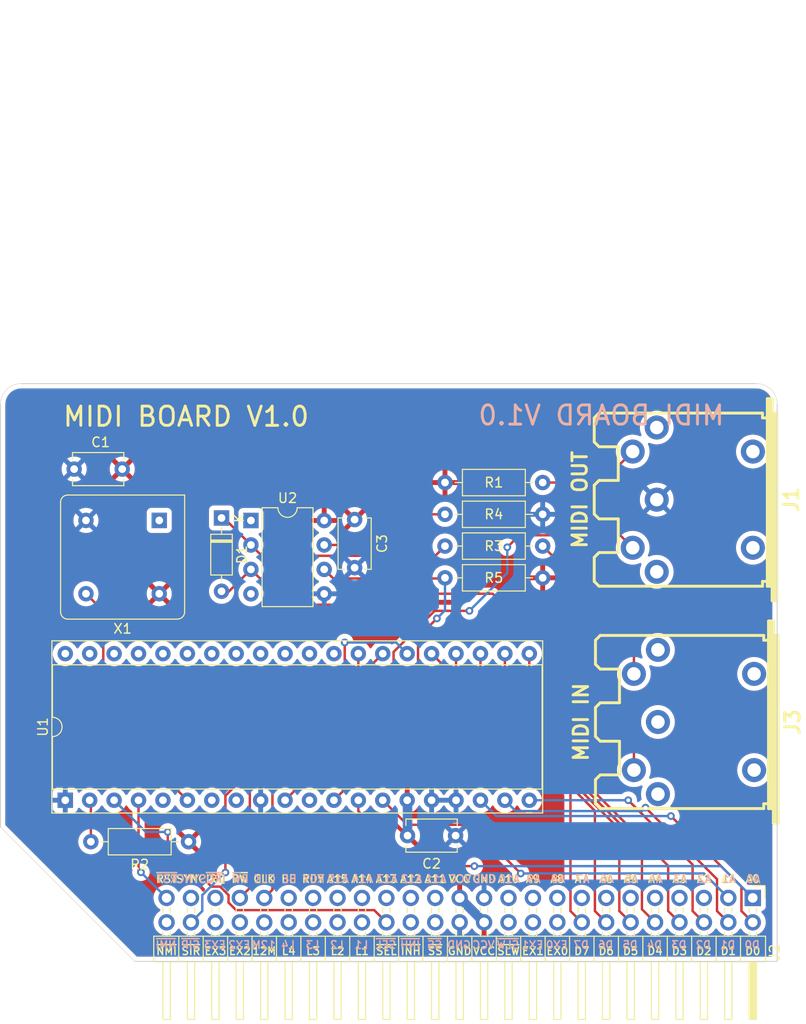
<source format=kicad_pcb>
(kicad_pcb (version 20211014) (generator pcbnew)
  (layers (0 "F.Cu" signal) (31 "B.Cu" signal) (34 "B.Paste" user) (35 "F.Paste" user) (36 "B.SilkS" user "B.Silkscreen") (37 "F.SilkS" user "F.Silkscreen") (38 "B.Mask" user) (39 "F.Mask" user) (44 "Edge.Cuts" user))
  (net 0 "")
  (net 1 "RDY")
  (net 2 "A15")
  (net 3 "A14")
  (net 4 "A13")
  (net 5 "A12")
  (net 6 "A11")
  (net 7 "GND")
  (net 8 "+5V")
  (net 9 "A10")
  (net 10 "A9")
  (net 11 "A8")
  (net 12 "D7")
  (net 13 "A7")
  (net 14 "D6")
  (net 15 "A6")
  (net 16 "D5")
  (net 17 "A5")
  (net 18 "D4")
  (net 19 "A4")
  (net 20 "D3")
  (net 21 "A3")
  (net 22 "D2")
  (net 23 "A2")
  (net 24 "D1")
  (net 25 "A1")
  (net 26 "D0")
  (net 27 "A0")
  (net 28 "CLK")
  (net 29 "BE")
  (net 30 "SYNC")
  (net 31 "EX3")
  (net 32 "EX2")
  (net 33 "EX1")
  (net 34 "EX0")
  (net 35 "~{NMI}")
  (net 36 "~{RESET}")
  (net 37 "~{SLOT_IRQ}")
  (net 38 "~{IRQ}")
  (net 39 "R~{W}")
  (net 40 "CLK_12M")
  (net 41 "LED4")
  (net 42 "LED3")
  (net 43 "LED2")
  (net 44 "LED1")
  (net 45 "~{SLOT_SEL}")
  (net 46 "~{INH}")
  (net 47 "~{SSEL}")
  (net 48 "~{SLOW}")
  (net 49 "Net-(D1-Pad1)")
  (net 50 "Net-(D1-Pad2)")
  (net 53 "Net-(J1-Pad4)")
  (net 54 "Net-(J1-Pad5)")
  (net 58 "Net-(J3-Pad4)")
  (net 59 "Net-(R4-Pad1)")
  (net 60 "Net-(R5-Pad1)")
  (net 64 "Net-(U1-Pad6)")
  (net 65 "Net-(R2-Pad2)")
  (footprint "Connector_PinHeader_2.54mm:PinHeader_2x25_P2.54mm_Horizontal" (layer "F.Cu") (at 78.232 -6.604 -90)
    (fp_text reference "J2" (at 5.655 -2.27 90) (layer "F.SilkS"))
    (fp_text value "Conn_01x40")
    (pad "1" thru_hole rect locked (at 0 0 270) (size 1.7 1.7) (drill 1) (layers *.Cu *.Mask) (net 27 "A0"))
    (pad "2" thru_hole oval locked (at 2.54 0 270) (size 1.7 1.7) (drill 1) (layers *.Cu *.Mask) (net 26 "D0"))
    (pad "3" thru_hole oval locked (at 0 2.54 270) (size 1.7 1.7) (drill 1) (layers *.Cu *.Mask) (net 25 "A1"))
    (pad "4" thru_hole oval locked (at 2.54 2.54 270) (size 1.7 1.7) (drill 1) (layers *.Cu *.Mask) (net 24 "D1"))
    (pad "5" thru_hole oval locked (at 0 5.08 270) (size 1.7 1.7) (drill 1) (layers *.Cu *.Mask) (net 23 "A2"))
    (pad "6" thru_hole oval locked (at 2.54 5.08 270) (size 1.7 1.7) (drill 1) (layers *.Cu *.Mask) (net 22 "D2"))
    (pad "7" thru_hole oval locked (at 0 7.62 270) (size 1.7 1.7) (drill 1) (layers *.Cu *.Mask) (net 21 "A3"))
    (pad "8" thru_hole oval locked (at 2.54 7.62 270) (size 1.7 1.7) (drill 1) (layers *.Cu *.Mask) (net 20 "D3"))
    (pad "9" thru_hole oval locked (at 0 10.16 270) (size 1.7 1.7) (drill 1) (layers *.Cu *.Mask) (net 19 "A4"))
    (pad "10" thru_hole oval locked (at 2.54 10.16 270) (size 1.7 1.7) (drill 1) (layers *.Cu *.Mask) (net 18 "D4"))
    (pad "11" thru_hole oval locked (at 0 12.7 270) (size 1.7 1.7) (drill 1) (layers *.Cu *.Mask) (net 17 "A5"))
    (pad "12" thru_hole oval locked (at 2.54 12.7 270) (size 1.7 1.7) (drill 1) (layers *.Cu *.Mask) (net 16 "D5"))
    (pad "13" thru_hole oval locked (at 0 15.24 270) (size 1.7 1.7) (drill 1) (layers *.Cu *.Mask) (net 15 "A6"))
    (pad "14" thru_hole oval locked (at 2.54 15.24 270) (size 1.7 1.7) (drill 1) (layers *.Cu *.Mask) (net 14 "D6"))
    (pad "15" thru_hole oval locked (at 0 17.78 270) (size 1.7 1.7) (drill 1) (layers *.Cu *.Mask) (net 13 "A7"))
    (pad "16" thru_hole oval locked (at 2.54 17.78 270) (size 1.7 1.7) (drill 1) (layers *.Cu *.Mask) (net 12 "D7"))
    (pad "17" thru_hole oval locked (at 0 20.32 270) (size 1.7 1.7) (drill 1) (layers *.Cu *.Mask) (net 11 "A8"))
    (pad "18" thru_hole oval locked (at 2.54 20.32 270) (size 1.7 1.7) (drill 1) (layers *.Cu *.Mask) (net 34 "EX0"))
    (pad "19" thru_hole oval locked (at 0 22.86 270) (size 1.7 1.7) (drill 1) (layers *.Cu *.Mask) (net 10 "A9"))
    (pad "20" thru_hole oval locked (at 2.54 22.86 270) (size 1.7 1.7) (drill 1) (layers *.Cu *.Mask) (net 33 "EX1"))
    (pad "21" thru_hole oval locked (at 0 25.4 270) (size 1.7 1.7) (drill 1) (layers *.Cu *.Mask) (net 9 "A10"))
    (pad "22" thru_hole oval locked (at 2.54 25.4 270) (size 1.7 1.7) (drill 1) (layers *.Cu *.Mask) (net 48 "~{SLOW}"))
    (pad "23" thru_hole oval locked (at 0 27.94 270) (size 1.7 1.7) (drill 1) (layers *.Cu *.Mask) (net 7 "GND"))
    (pad "24" thru_hole oval locked (at 2.54 27.94 270) (size 1.7 1.7) (drill 1) (layers *.Cu *.Mask) (net 8 "+5V"))
    (pad "25" thru_hole oval locked (at 0 30.48 270) (size 1.7 1.7) (drill 1) (layers *.Cu *.Mask) (net 8 "+5V"))
    (pad "26" thru_hole oval locked (at 2.54 30.48 270) (size 1.7 1.7) (drill 1) (layers *.Cu *.Mask) (net 7 "GND"))
    (pad "27" thru_hole oval locked (at 0 33.02 270) (size 1.7 1.7) (drill 1) (layers *.Cu *.Mask) (net 6 "A11"))
    (pad "28" thru_hole oval locked (at 2.54 33.02 270) (size 1.7 1.7) (drill 1) (layers *.Cu *.Mask) (net 47 "~{SSEL}"))
    (pad "29" thru_hole oval locked (at 0 35.56 270) (size 1.7 1.7) (drill 1) (layers *.Cu *.Mask) (net 5 "A12"))
    (pad "30" thru_hole oval locked (at 2.54 35.56 270) (size 1.7 1.7) (drill 1) (layers *.Cu *.Mask) (net 46 "~{INH}"))
    (pad "31" thru_hole oval locked (at 0 38.1 270) (size 1.7 1.7) (drill 1) (layers *.Cu *.Mask) (net 4 "A13"))
    (pad "32" thru_hole oval locked (at 2.54 38.1 270) (size 1.7 1.7) (drill 1) (layers *.Cu *.Mask) (net 45 "~{SLOT_SEL}"))
    (pad "33" thru_hole oval locked (at 0 40.64 270) (size 1.7 1.7) (drill 1) (layers *.Cu *.Mask) (net 3 "A14"))
    (pad "34" thru_hole oval locked (at 2.54 40.64 270) (size 1.7 1.7) (drill 1) (layers *.Cu *.Mask) (net 44 "LED1"))
    (pad "35" thru_hole oval locked (at 0 43.18 270) (size 1.7 1.7) (drill 1) (layers *.Cu *.Mask) (net 2 "A15"))
    (pad "36" thru_hole oval locked (at 2.54 43.18 270) (size 1.7 1.7) (drill 1) (layers *.Cu *.Mask) (net 43 "LED2"))
    (pad "37" thru_hole oval locked (at 0 45.72 270) (size 1.7 1.7) (drill 1) (layers *.Cu *.Mask) (net 1 "RDY"))
    (pad "38" thru_hole oval locked (at 2.54 45.72 270) (size 1.7 1.7) (drill 1) (layers *.Cu *.Mask) (net 42 "LED3"))
    (pad "39" thru_hole oval locked (at 0 48.26 270) (size 1.7 1.7) (drill 1) (layers *.Cu *.Mask) (net 29 "BE"))
    (pad "40" thru_hole oval locked (at 2.54 48.26 270) (size 1.7 1.7) (drill 1) (layers *.Cu *.Mask) (net 41 "LED4"))
    (pad "41" thru_hole oval locked (at 0 50.8 270) (size 1.7 1.7) (drill 1) (layers *.Cu *.Mask) (net 28 "CLK"))
    (pad "42" thru_hole oval locked (at 2.54 50.8 270) (size 1.7 1.7) (drill 1) (layers *.Cu *.Mask) (net 40 "CLK_12M"))
    (pad "43" thru_hole oval locked (at 0 53.34 270) (size 1.7 1.7) (drill 1) (layers *.Cu *.Mask) (net 39 "R~{W}"))
    (pad "44" thru_hole oval locked (at 2.54 53.34 270) (size 1.7 1.7) (drill 1) (layers *.Cu *.Mask) (net 32 "EX2"))
    (pad "45" thru_hole oval locked (at 0 55.88 270) (size 1.7 1.7) (drill 1) (layers *.Cu *.Mask) (net 38 "~{IRQ}"))
    (pad "46" thru_hole oval locked (at 2.54 55.88 270) (size 1.7 1.7) (drill 1) (layers *.Cu *.Mask) (net 31 "EX3"))
    (pad "47" thru_hole oval locked (at 0 58.42 270) (size 1.7 1.7) (drill 1) (layers *.Cu *.Mask) (net 30 "SYNC"))
    (pad "48" thru_hole oval locked (at 2.54 58.42 270) (size 1.7 1.7) (drill 1) (layers *.Cu *.Mask) (net 37 "~{SLOT_IRQ}"))
    (pad "49" thru_hole oval locked (at 0 60.96 270) (size 1.7 1.7) (drill 1) (layers *.Cu *.Mask) (net 36 "~{RESET}"))
    (pad "50" thru_hole oval locked (at 2.54 60.96 270) (size 1.7 1.7) (drill 1) (layers *.Cu *.Mask) (net 35 "~{NMI}"))
  )
  (footprint "Package_DIP:DIP-8_W7.62mm" (layer "F.Cu") (at 26.045 -45.837)
    (fp_text reference "U2" (at 3.81 -2.33) (layer "F.SilkS"))
    (fp_text value "6N138")
    (pad "1" thru_hole rect (at 0 0) (size 1.6 1.6) (drill 0.8) (layers *.Cu *.Mask))
    (pad "2" thru_hole oval (at 0 2.54) (size 1.6 1.6) (drill 0.8) (layers *.Cu *.Mask) (net 49 "Net-(D1-Pad1)"))
    (pad "3" thru_hole oval (at 0 5.08) (size 1.6 1.6) (drill 0.8) (layers *.Cu *.Mask) (net 50 "Net-(D1-Pad2)"))
    (pad "4" thru_hole oval (at 0 7.62) (size 1.6 1.6) (drill 0.8) (layers *.Cu *.Mask))
    (pad "5" thru_hole oval (at 7.62 7.62) (size 1.6 1.6) (drill 0.8) (layers *.Cu *.Mask) (net 7 "GND"))
    (pad "6" thru_hole oval (at 7.62 5.08) (size 1.6 1.6) (drill 0.8) (layers *.Cu *.Mask) (net 60 "Net-(R5-Pad1)"))
    (pad "7" thru_hole oval (at 7.62 2.54) (size 1.6 1.6) (drill 0.8) (layers *.Cu *.Mask) (net 59 "Net-(R4-Pad1)"))
    (pad "8" thru_hole oval (at 7.62 0) (size 1.6 1.6) (drill 0.8) (layers *.Cu *.Mask) (net 8 "+5V"))
  )
  (footprint "Oscillator:Oscillator_DIP-8" (layer "F.Cu") (at 16.51 -45.847 180)
    (fp_text reference "X1" (at 3.81 -11.26) (layer "F.SilkS"))
    (fp_text value "500kHz")
    (pad "1" thru_hole rect (at 0 0 180) (size 1.6 1.6) (drill 0.8) (layers *.Cu *.Mask))
    (pad "4" thru_hole circle (at 7.62 0 180) (size 1.6 1.6) (drill 0.8) (layers *.Cu *.Mask) (net 7 "GND"))
    (pad "5" thru_hole circle (at 7.62 -7.62 180) (size 1.6 1.6) (drill 0.8) (layers *.Cu *.Mask) (net 64 "Net-(U1-Pad6)"))
    (pad "8" thru_hole circle (at 0 -7.62 180) (size 1.6 1.6) (drill 0.8) (layers *.Cu *.Mask) (net 8 "+5V"))
  )
  (footprint "Resistor_THT:R_Axial_DIN0207_L6.3mm_D2.5mm_P10.16mm_Horizontal" (layer "F.Cu") (at 46.228 -39.878)
    (fp_text reference "R5" (at 5.08 0) (layer "F.SilkS"))
    (fp_text value "470R")
    (pad "1" thru_hole circle (at 0 0) (size 1.6 1.6) (drill 0.8) (layers *.Cu *.Mask) (net 60 "Net-(R5-Pad1)"))
    (pad "2" thru_hole oval (at 10.16 0) (size 1.6 1.6) (drill 0.8) (layers *.Cu *.Mask) (net 8 "+5V"))
  )
  (footprint "Diode_THT:D_DO-35_SOD27_P7.62mm_Horizontal" (layer "F.Cu") (at 22.987 -46.101 -90)
    (fp_text reference "D1" (at 3.81 -2.12 90) (layer "F.SilkS"))
    (fp_text value "1N4148")
    (fp_text user "K" (at 0 -1.8 90) (layer "F.SilkS"))
    (pad "1" thru_hole rect (at 0 0 270) (size 1.6 1.6) (drill 0.8) (layers *.Cu *.Mask) (net 49 "Net-(D1-Pad1)"))
    (pad "2" thru_hole oval (at 7.62 0 270) (size 1.6 1.6) (drill 0.8) (layers *.Cu *.Mask) (net 50 "Net-(D1-Pad2)"))
  )
  (footprint "Capacitor_THT:C_Disc_D5.1mm_W3.2mm_P5.00mm" (layer "F.Cu") (at 12.66 -51.181 180)
    (fp_text reference "C1" (at 2.246 2.794) (layer "F.SilkS"))
    (fp_text value "10u")
    (pad "1" thru_hole circle (at 0 0 180) (size 1.6 1.6) (drill 0.8) (layers *.Cu *.Mask) (net 8 "+5V"))
    (pad "2" thru_hole circle (at 5 0 180) (size 1.6 1.6) (drill 0.8) (layers *.Cu *.Mask) (net 7 "GND"))
  )
  (footprint "Resistor_THT:R_Axial_DIN0207_L6.3mm_D2.5mm_P10.16mm_Horizontal" (layer "F.Cu") (at 56.388 -43.18 180)
    (fp_text reference "R3" (at 5.08 0) (layer "F.SilkS"))
    (fp_text value "220R")
    (pad "1" thru_hole circle (at 0 0 180) (size 1.6 1.6) (drill 0.8) (layers *.Cu *.Mask) (net 58 "Net-(J3-Pad4)"))
    (pad "2" thru_hole oval (at 10.16 0 180) (size 1.6 1.6) (drill 0.8) (layers *.Cu *.Mask) (net 49 "Net-(D1-Pad1)"))
  )
  (footprint "Resistor_THT:R_Axial_DIN0207_L6.3mm_D2.5mm_P10.16mm_Horizontal" (layer "F.Cu") (at 56.388 -49.784 180)
    (fp_text reference "R1" (at 5.08 0) (layer "F.SilkS"))
    (fp_text value "220R")
    (pad "1" thru_hole circle (at 0 0 180) (size 1.6 1.6) (drill 0.8) (layers *.Cu *.Mask) (net 53 "Net-(J1-Pad4)"))
    (pad "2" thru_hole oval (at 10.16 0 180) (size 1.6 1.6) (drill 0.8) (layers *.Cu *.Mask) (net 8 "+5V"))
  )
  (footprint "w_conn_av:din-5" (layer "F.Cu") (at 71.247 -48.006 90)
    (fp_text reference "J1" (at 0 11 90) (layer "F.SilkS") (effects (font (size 1.5 1.5) (thickness 0.3))))
    (fp_text value "MIDI OUT" (at 0 -11 90) (layer "F.SilkS") (effects (font (size 1.5 1.5) (thickness 0.3))))
    (pad "1" thru_hole circle (at 7.5 -3 90) (size 2.5 2.5) (drill 1.4) (layers *.Cu *.Mask))
    (pad "2" thru_hole circle (at 0 -3 90) (size 2.5 2.5) (drill 1.4) (layers *.Cu *.Mask) (net 7 "GND"))
    (pad "3" thru_hole circle (at -7.5 -3 90) (size 2.5 2.5) (drill 1.4) (layers *.Cu *.Mask))
    (pad "4" thru_hole circle (at 5 -5.5 90) (size 2.5 2.5) (drill 1.4) (layers *.Cu *.Mask) (net 53 "Net-(J1-Pad4)"))
    (pad "5" thru_hole circle (at -5 -5.5 90) (size 2.5 2.5) (drill 1.4) (layers *.Cu *.Mask) (net 54 "Net-(J1-Pad5)"))
    (pad "6" thru_hole circle (at 5 7 90) (size 2.5 2.5) (drill 1.4) (layers *.Cu *.Mask))
    (pad "6" thru_hole circle (at -5 7 90) (size 2.5 2.5) (drill 1.4) (layers *.Cu *.Mask))
  )
  (footprint "Resistor_THT:R_Axial_DIN0207_L6.3mm_D2.5mm_P10.16mm_Horizontal" (layer "F.Cu") (at 46.228 -46.482)
    (fp_text reference "R4" (at 5.08 0) (layer "F.SilkS"))
    (fp_text value "4.7k")
    (pad "1" thru_hole circle (at 0 0) (size 1.6 1.6) (drill 0.8) (layers *.Cu *.Mask) (net 59 "Net-(R4-Pad1)"))
    (pad "2" thru_hole oval (at 10.16 0) (size 1.6 1.6) (drill 0.8) (layers *.Cu *.Mask) (net 7 "GND"))
  )
  (footprint "w_conn_av:din-5" (layer "F.Cu") (at 71.374 -24.892 90)
    (fp_text reference "J3" (at 0 11 90) (layer "F.SilkS") (effects (font (size 1.5 1.5) (thickness 0.3))))
    (fp_text value "MIDI IN" (at 0 -11 90) (layer "F.SilkS") (effects (font (size 1.5 1.5) (thickness 0.3))))
    (pad "1" thru_hole circle (at 7.5 -3 90) (size 2.5 2.5) (drill 1.4) (layers *.Cu *.Mask))
    (pad "2" thru_hole circle (at 0 -3 90) (size 2.5 2.5) (drill 1.4) (layers *.Cu *.Mask))
    (pad "3" thru_hole circle (at -7.5 -3 90) (size 2.5 2.5) (drill 1.4) (layers *.Cu *.Mask))
    (pad "4" thru_hole circle (at 5 -5.5 90) (size 2.5 2.5) (drill 1.4) (layers *.Cu *.Mask) (net 58 "Net-(J3-Pad4)"))
    (pad "5" thru_hole circle (at -5 -5.5 90) (size 2.5 2.5) (drill 1.4) (layers *.Cu *.Mask) (net 50 "Net-(D1-Pad2)"))
    (pad "6" thru_hole circle (at -5 7 90) (size 2.5 2.5) (drill 1.4) (layers *.Cu *.Mask))
    (pad "6" thru_hole circle (at 5 7 90) (size 2.5 2.5) (drill 1.4) (layers *.Cu *.Mask))
  )
  (footprint "Resistor_THT:R_Axial_DIN0207_L6.3mm_D2.5mm_P10.16mm_Horizontal" (layer "F.Cu") (at 19.558 -12.446 180)
    (fp_text reference "R2" (at 5.08 -2.37) (layer "F.SilkS"))
    (fp_text value "10k")
    (pad "1" thru_hole circle (at 0 0 180) (size 1.6 1.6) (drill 0.8) (layers *.Cu *.Mask) (net 8 "+5V"))
    (pad "2" thru_hole oval (at 10.16 0 180) (size 1.6 1.6) (drill 0.8) (layers *.Cu *.Mask) (net 65 "Net-(R2-Pad2)"))
  )
  (footprint "Capacitor_THT:C_Disc_D5.1mm_W3.2mm_P5.00mm" (layer "F.Cu") (at 36.83 -45.934 -90)
    (fp_text reference "C3" (at 2.5 -2.85 90) (layer "F.SilkS"))
    (fp_text value "10u")
    (pad "1" thru_hole circle (at 0 0 270) (size 1.6 1.6) (drill 0.8) (layers *.Cu *.Mask) (net 8 "+5V"))
    (pad "2" thru_hole circle (at 5 0 270) (size 1.6 1.6) (drill 0.8) (layers *.Cu *.Mask) (net 7 "GND"))
  )
  (footprint "Package_DIP:DIP-40_W15.24mm_Socket" (layer "F.Cu") (at 6.736 -16.759 90)
    (fp_text reference "U1" (at 7.62 -2.33 90) (layer "F.SilkS"))
    (fp_text value "W65C51NxP")
    (pad "1" thru_hole rect (at 0 0 90) (size 1.6 1.6) (drill 0.8) (layers *.Cu *.Mask) (net 7 "GND"))
    (pad "2" thru_hole oval (at 0 2.54 90) (size 1.6 1.6) (drill 0.8) (layers *.Cu *.Mask) (net 65 "Net-(R2-Pad2)"))
    (pad "3" thru_hole oval (at 0 5.08 90) (size 1.6 1.6) (drill 0.8) (layers *.Cu *.Mask) (net 45 "~{SLOT_SEL}"))
    (pad "4" thru_hole oval (at 0 7.62 90) (size 1.6 1.6) (drill 0.8) (layers *.Cu *.Mask) (net 36 "~{RESET}"))
    (pad "5" thru_hole oval (at 0 10.16 90) (size 1.6 1.6) (drill 0.8) (layers *.Cu *.Mask))
    (pad "6" thru_hole oval (at 0 12.7 90) (size 1.6 1.6) (drill 0.8) (layers *.Cu *.Mask) (net 64 "Net-(U1-Pad6)"))
    (pad "7" thru_hole oval (at 0 15.24 90) (size 1.6 1.6) (drill 0.8) (layers *.Cu *.Mask))
    (pad "8" thru_hole oval (at 0 17.78 90) (size 1.6 1.6) (drill 0.8) (layers *.Cu *.Mask))
    (pad "9" thru_hole oval (at 0 20.32 90) (size 1.6 1.6) (drill 0.8) (layers *.Cu *.Mask) (net 7 "GND"))
    (pad "10" thru_hole oval (at 0 22.86 90) (size 1.6 1.6) (drill 0.8) (layers *.Cu *.Mask) (net 54 "Net-(J1-Pad5)"))
    (pad "11" thru_hole oval (at 0 25.4 90) (size 1.6 1.6) (drill 0.8) (layers *.Cu *.Mask))
    (pad "12" thru_hole oval (at 0 27.94 90) (size 1.6 1.6) (drill 0.8) (layers *.Cu *.Mask) (net 60 "Net-(R5-Pad1)"))
    (pad "13" thru_hole oval (at 0 30.48 90) (size 1.6 1.6) (drill 0.8) (layers *.Cu *.Mask) (net 27 "A0"))
    (pad "14" thru_hole oval (at 0 33.02 90) (size 1.6 1.6) (drill 0.8) (layers *.Cu *.Mask) (net 25 "A1"))
    (pad "15" thru_hole oval (at 0 35.56 90) (size 1.6 1.6) (drill 0.8) (layers *.Cu *.Mask) (net 8 "+5V"))
    (pad "16" thru_hole oval (at 0 38.1 90) (size 1.6 1.6) (drill 0.8) (layers *.Cu *.Mask) (net 7 "GND"))
    (pad "17" thru_hole oval (at 0 40.64 90) (size 1.6 1.6) (drill 0.8) (layers *.Cu *.Mask) (net 7 "GND"))
    (pad "18" thru_hole oval (at 0 43.18 90) (size 1.6 1.6) (drill 0.8) (layers *.Cu *.Mask) (net 26 "D0"))
    (pad "19" thru_hole oval (at 0 45.72 90) (size 1.6 1.6) (drill 0.8) (layers *.Cu *.Mask) (net 24 "D1"))
    (pad "20" thru_hole oval (at 0 48.26 90) (size 1.6 1.6) (drill 0.8) (layers *.Cu *.Mask) (net 22 "D2"))
    (pad "21" thru_hole oval (at 15.24 48.26 90) (size 1.6 1.6) (drill 0.8) (layers *.Cu *.Mask) (net 20 "D3"))
    (pad "22" thru_hole oval (at 15.24 45.72 90) (size 1.6 1.6) (drill 0.8) (layers *.Cu *.Mask) (net 18 "D4"))
    (pad "23" thru_hole oval (at 15.24 43.18 90) (size 1.6 1.6) (drill 0.8) (layers *.Cu *.Mask) (net 16 "D5"))
    (pad "24" thru_hole oval (at 15.24 40.64 90) (size 1.6 1.6) (drill 0.8) (layers *.Cu *.Mask) (net 14 "D6"))
    (pad "25" thru_hole oval (at 15.24 38.1 90) (size 1.6 1.6) (drill 0.8) (layers *.Cu *.Mask) (net 12 "D7"))
    (pad "26" thru_hole oval (at 15.24 35.56 90) (size 1.6 1.6) (drill 0.8) (layers *.Cu *.Mask) (net 37 "~{SLOT_IRQ}"))
    (pad "27" thru_hole oval (at 15.24 33.02 90) (size 1.6 1.6) (drill 0.8) (layers *.Cu *.Mask) (net 28 "CLK"))
    (pad "28" thru_hole oval (at 15.24 30.48 90) (size 1.6 1.6) (drill 0.8) (layers *.Cu *.Mask) (net 39 "R~{W}"))
    (pad "29" thru_hole oval (at 15.24 27.94 90) (size 1.6 1.6) (drill 0.8) (layers *.Cu *.Mask))
    (pad "30" thru_hole oval (at 15.24 25.4 90) (size 1.6 1.6) (drill 0.8) (layers *.Cu *.Mask))
    (pad "31" thru_hole oval (at 15.24 22.86 90) (size 1.6 1.6) (drill 0.8) (layers *.Cu *.Mask))
    (pad "32" thru_hole oval (at 15.24 20.32 90) (size 1.6 1.6) (drill 0.8) (layers *.Cu *.Mask))
    (pad "33" thru_hole oval (at 15.24 17.78 90) (size 1.6 1.6) (drill 0.8) (layers *.Cu *.Mask))
    (pad "34" thru_hole oval (at 15.24 15.24 90) (size 1.6 1.6) (drill 0.8) (layers *.Cu *.Mask))
    (pad "35" thru_hole oval (at 15.24 12.7 90) (size 1.6 1.6) (drill 0.8) (layers *.Cu *.Mask))
    (pad "36" thru_hole oval (at 15.24 10.16 90) (size 1.6 1.6) (drill 0.8) (layers *.Cu *.Mask))
    (pad "37" thru_hole oval (at 15.24 7.62 90) (size 1.6 1.6) (drill 0.8) (layers *.Cu *.Mask))
    (pad "38" thru_hole oval (at 15.24 5.08 90) (size 1.6 1.6) (drill 0.8) (layers *.Cu *.Mask))
    (pad "39" thru_hole oval (at 15.24 2.54 90) (size 1.6 1.6) (drill 0.8) (layers *.Cu *.Mask))
    (pad "40" thru_hole oval (at 15.24 0 90) (size 1.6 1.6) (drill 0.8) (layers *.Cu *.Mask))
  )
  (footprint "Capacitor_THT:C_Disc_D5.1mm_W3.2mm_P5.00mm" (layer "F.Cu") (at 42.331 -13.081)
    (fp_text reference "C2" (at 2.5 2.921) (layer "F.SilkS"))
    (fp_text value "10u")
    (pad "1" thru_hole circle (at 0 0) (size 1.6 1.6) (drill 0.8) (layers *.Cu *.Mask) (net 8 "+5V"))
    (pad "2" thru_hole circle (at 5 0) (size 1.6 1.6) (drill 0.8) (layers *.Cu *.Mask) (net 7 "GND"))
  )
  (gr_arc (start 0 -57.912) (mid 0.632356 -59.438644) (end 2.159 -60.071) (layer "Edge.Cuts") (width 0.05))
  (gr_line (start 13.97 0) (end 0 -13.97) (layer "Edge.Cuts") (width 0.05))
  (gr_line (start 80.772 -57.912) (end 80.772 0) (layer "Edge.Cuts") (width 0.1))
  (gr_arc (start 78.613 -60.071) (mid 80.139644 -59.438644) (end 80.772 -57.912) (layer "Edge.Cuts") (width 0.05))
  (gr_line (start 0 -13.97) (end 0 -57.912) (layer "Edge.Cuts") (width 0.1))
  (gr_line (start 2.159 -60.071) (end 78.613 -60.071) (layer "Edge.Cuts") (width 0.1))
  (gr_line (start 80.772 0) (end 13.97 0) (layer "Edge.Cuts") (width 0.1))
  (gr_text "MIDI BOARD V1.0" (at 62.484 -56.769) (layer "B.SilkS") (effects (font (size 2 2) (thickness 0.3)) (justify mirror)))
  (gr_text "A8" (at 57.9755 -8.5725) (layer "B.SilkS") (effects (font (size 0.8 0.8)) (justify mirror)))
  (gr_text "~{RST}" (at 17.3355 -8.5725) (layer "B.SilkS") (effects (font (size 0.8 0.8)) (justify mirror)))
  (gr_text "R~{W}" (at 24.9555 -8.5725) (layer "B.SilkS") (effects (font (size 0.8 0.8)) (justify mirror)))
  (gr_text "CLK" (at 27.4955 -8.5725) (layer "B.SilkS") (effects (font (size 0.8 0.8)) (justify mirror)))
  (gr_text "A7" (at 60.5155 -8.5725) (layer "B.SilkS") (effects (font (size 0.8 0.8)) (justify mirror)))
  (gr_text "A10" (at 52.8955 -8.5725) (layer "B.SilkS") (effects (font (size 0.8 0.8)) (justify mirror)))
  (gr_text "A5" (at 65.5955 -8.5725) (layer "B.SilkS") (effects (font (size 0.8 0.8)) (justify mirror)))
  (gr_text "A4" (at 68.1355 -8.5725) (layer "B.SilkS") (effects (font (size 0.8 0.8)) (justify mirror)))
  (gr_text "A2" (at 73.2155 -8.5725) (layer "B.SilkS") (effects (font (size 0.8 0.8)) (justify mirror)))
  (gr_text "A0" (at 78.2955 -8.5725) (layer "B.SilkS") (effects (font (size 0.8 0.8)) (justify mirror)))
  (gr_text "A1" (at 75.7555 -8.5725) (layer "B.SilkS") (effects (font (size 0.8 0.8)) (justify mirror)))
  (gr_text "A14" (at 37.6555 -8.5725) (layer "B.SilkS") (effects (font (size 0.8 0.8)) (justify mirror)))
  (gr_text "A13" (at 40.1955 -8.5725) (layer "B.SilkS") (effects (font (size 0.8 0.8)) (justify mirror)))
  (gr_text "A9" (at 55.4355 -8.5725) (layer "B.SilkS") (effects (font (size 0.8 0.8)) (justify mirror)))
  (gr_text "D0" (at 78.1685 -1.7145) (layer "B.SilkS") (effects (font (size 0.8 0.8)) (justify mirror)))
  (gr_text "D1" (at 75.6285 -1.7145) (layer "B.SilkS") (effects (font (size 0.8 0.8)) (justify mirror)))
  (gr_text "~{SS}" (at 45.1485 -1.7145) (layer "B.SilkS") (effects (font (size 0.8 0.8)) (justify mirror)))
  (gr_text "GND" (at 50.3555 -8.5725) (layer "B.SilkS") (effects (font (size 0.8 0.8)) (justify mirror)))
  (gr_text "A3" (at 70.6755 -8.5725) (layer "B.SilkS") (effects (font (size 0.8 0.8)) (justify mirror)))
  (gr_text "VCC" (at 47.8155 -8.5725) (layer "B.SilkS") (effects (font (size 0.8 0.8)) (justify mirror)))
  (gr_text "A11" (at 45.2755 -8.5725) (layer "B.SilkS") (effects (font (size 0.8 0.8)) (justify mirror)))
  (gr_text "A12" (at 42.7355 -8.5725) (layer "B.SilkS") (effects (font (size 0.8 0.8)) (justify mirror)))
  (gr_text "~{IRQ}" (at 22.4155 -8.5725) (layer "B.SilkS") (effects (font (size 0.8 0.8)) (justify mirror)))
  (gr_text "A15" (at 35.1155 -8.5725) (layer "B.SilkS") (effects (font (size 0.8 0.8)) (justify mirror)))
  (gr_text "RDY" (at 32.5755 -8.5725) (layer "B.SilkS") (effects (font (size 0.8 0.8)) (justify mirror)))
  (gr_text "D2" (at 73.0885 -1.7145) (layer "B.SilkS") (effects (font (size 0.8 0.8)) (justify mirror)))
  (gr_text "GND" (at 47.6885 -1.7145) (layer "B.SilkS") (effects (font (size 0.8 0.8)) (justify mirror)))
  (gr_text "D3" (at 70.5485 -1.7145) (layer "B.SilkS") (effects (font (size 0.8 0.8)) (justify mirror)))
  (gr_text "VCC" (at 50.2285 -1.7145) (layer "B.SilkS") (effects (font (size 0.8 0.8)) (justify mirror)))
  (gr_text "D7" (at 60.3885 -1.7145) (layer "B.SilkS") (effects (font (size 0.8 0.8)) (justify mirror)))
  (gr_text "EX0" (at 57.8485 -1.7145) (layer "B.SilkS") (effects (font (size 0.8 0.8)) (justify mirror)))
  (gr_text "D6" (at 62.9285 -1.7145) (layer "B.SilkS") (effects (font (size 0.8 0.8)) (justify mirror)))
  (gr_text "EX1" (at 55.3085 -1.7145) (layer "B.SilkS") (effects (font (size 0.8 0.8)) (justify mirror)))
  (gr_text "D5" (at 65.4685 -1.7145) (layer "B.SilkS") (effects (font (size 0.8 0.8)) (justify mirror)))
  (gr_text "~{SLW}" (at 52.7685 -1.7145) (layer "B.SilkS") (effects (font (size 0.8 0.8)) (justify mirror)))
  (gr_text "D4" (at 68.0085 -1.7145) (layer "B.SilkS") (effects (font (size 0.8 0.8)) (justify mirror)))
  (gr_text "L2" (at 34.9885 -1.7145) (layer "B.SilkS") (effects (font (size 0.8 0.8)) (justify mirror)))
  (gr_text "L4" (at 29.9085 -1.7145) (layer "B.SilkS") (effects (font (size 0.8 0.8)) (justify mirror)))
  (gr_text "EX3" (at 22.2885 -1.7145) (layer "B.SilkS") (effects (font (size 0.8 0.8)) (justify mirror)))
  (gr_text "L3" (at 32.4485 -1.7145) (layer "B.SilkS") (effects (font (size 0.8 0.8)) (justify mirror)))
  (gr_text "L1" (at 37.5285 -1.7145) (layer "B.SilkS") (effects (font (size 0.8 0.8)) (justify mirror)))
  (gr_text "12M" (at 27.3685 -1.7145) (layer "B.SilkS") (effects (font (size 0.8 0.8)) (justify mirror)))
  (gr_text "~{SEL}" (at 40.0685 -1.7145) (layer "B.SilkS") (effects (font (size 0.8 0.8)) (justify mirror)))
  (gr_text "~{INH}" (at 42.6085 -1.7145) (layer "B.SilkS") (effects (font (size 0.8 0.8)) (justify mirror)))
  (gr_text "EX2" (at 24.8285 -1.7145) (layer "B.SilkS") (effects (font (size 0.8 0.8)) (justify mirror)))
  (gr_text "~{SIR}" (at 19.7485 -1.7145) (layer "B.SilkS") (effects (font (size 0.8 0.8)) (justify mirror)))
  (gr_text "~{NMI}" (at 17.2085 -1.7145) (layer "B.SilkS") (effects (font (size 0.8 0.8)) (justify mirror)))
  (gr_text "BE" (at 30.0355 -8.5725) (layer "B.SilkS") (effects (font (size 0.8 0.8)) (justify mirror)))
  (gr_text "A6" (at 63.0555 -8.5725) (layer "B.SilkS") (effects (font (size 0.8 0.8)) (justify mirror)))
  (gr_text "SYNC" (at 19.8755 -8.5725) (layer "B.SilkS") (effects (font (size 0.8 0.8)) (justify mirror)))
  (gr_text "EX3" (at 22.352 -1.0795) (layer "F.SilkS") (effects (font (size 0.8 0.8))))
  (gr_text "~{SIR}" (at 19.812 -1.0795) (layer "F.SilkS") (effects (font (size 0.8 0.8))))
  (gr_text "~{SEL}" (at 40.132 -1.0795) (layer "F.SilkS") (effects (font (size 0.8 0.8))))
  (gr_text "L2" (at 35.052 -1.0795) (layer "F.SilkS") (effects (font (size 0.8 0.8))))
  (gr_text "L1" (at 37.592 -1.0795) (layer "F.SilkS") (effects (font (size 0.8 0.8))))
  (gr_text "L4" (at 29.972 -1.0795) (layer "F.SilkS") (effects (font (size 0.8 0.8))))
  (gr_text "L3" (at 32.512 -1.0795) (layer "F.SilkS") (effects (font (size 0.8 0.8))))
  (gr_text "EX2" (at 24.892 -1.0795) (layer "F.SilkS") (effects (font (size 0.8 0.8))))
  (gr_text "12M" (at 27.432 -1.0795) (layer "F.SilkS") (effects (font (size 0.8 0.8))))
  (gr_text "D7" (at 60.452 -1.0795) (layer "F.SilkS") (effects (font (size 0.8 0.8))))
  (gr_text "~{INH}" (at 42.672 -1.0795) (layer "F.SilkS") (effects (font (size 0.8 0.8))))
  (gr_text "EX0" (at 57.912 -1.0795) (layer "F.SilkS") (effects (font (size 0.8 0.8))))
  (gr_text "~{SS}" (at 45.212 -1.0795) (layer "F.SilkS") (effects (font (size 0.8 0.8))))
  (gr_text "EX1" (at 55.372 -1.0795) (layer "F.SilkS") (effects (font (size 0.8 0.8))))
  (gr_text "GND" (at 47.752 -1.0795) (layer "F.SilkS") (effects (font (size 0.8 0.8))))
  (gr_text "~{SLW}" (at 52.832 -1.0795) (layer "F.SilkS") (effects (font (size 0.8 0.8))))
  (gr_text "VCC" (at 50.292 -1.0795) (layer "F.SilkS") (effects (font (size 0.8 0.8))))
  (gr_text "~{NMI}" (at 17.272 -1.0795) (layer "F.SilkS") (effects (font (size 0.8 0.8))))
  (gr_text "A7" (at 60.452 -8.5725) (layer "F.SilkS") (effects (font (size 0.8 0.8))))
  (gr_text "A6" (at 62.992 -8.5725) (layer "F.SilkS") (effects (font (size 0.8 0.8))))
  (gr_text "A8" (at 57.912 -8.5725) (layer "F.SilkS") (effects (font (size 0.8 0.8))))
  (gr_text "A5" (at 65.532 -8.5725) (layer "F.SilkS") (effects (font (size 0.8 0.8))))
  (gr_text "A9" (at 55.372 -8.5725) (layer "F.SilkS") (effects (font (size 0.8 0.8))))
  (gr_text "A4" (at 68.072 -8.5725) (layer "F.SilkS") (effects (font (size 0.8 0.8))))
  (gr_text "A10" (at 52.832 -8.5725) (layer "F.SilkS") (effects (font (size 0.8 0.8))))
  (gr_text "A3" (at 70.612 -8.5725) (layer "F.SilkS") (effects (font (size 0.8 0.8))))
  (gr_text "GND" (at 50.292 -8.5725) (layer "F.SilkS") (effects (font (size 0.8 0.8))))
  (gr_text "A2" (at 73.152 -8.5725) (layer "F.SilkS") (effects (font (size 0.8 0.8))))
  (gr_text "VCC" (at 47.752 -8.5725) (layer "F.SilkS") (effects (font (size 0.8 0.8))))
  (gr_text "A1" (at 75.692 -8.5725) (layer "F.SilkS") (effects (font (size 0.8 0.8))))
  (gr_text "A11" (at 45.212 -8.5725) (layer "F.SilkS") (effects (font (size 0.8 0.8))))
  (gr_text "A0" (at 78.232 -8.5725) (layer "F.SilkS") (effects (font (size 0.8 0.8))))
  (gr_text "A12" (at 42.672 -8.5725) (layer "F.SilkS") (effects (font (size 0.8 0.8))))
  (gr_text "A13" (at 40.132 -8.5725) (layer "F.SilkS") (effects (font (size 0.8 0.8))))
  (gr_text "A14" (at 37.592 -8.5725) (layer "F.SilkS") (effects (font (size 0.8 0.8))))
  (gr_text "A15" (at 35.052 -8.5725) (layer "F.SilkS") (effects (font (size 0.8 0.8))))
  (gr_text "RDY" (at 32.512 -8.5725) (layer "F.SilkS") (effects (font (size 0.8 0.8))))
  (gr_text "BE" (at 29.972 -8.5725) (layer "F.SilkS") (effects (font (size 0.8 0.8))))
  (gr_text "CLK" (at 27.432 -8.5725) (layer "F.SilkS") (effects (font (size 0.8 0.8))))
  (gr_text "R~{W}" (at 24.892 -8.5725) (layer "F.SilkS") (effects (font (size 0.8 0.8))))
  (gr_text "~{IRQ}" (at 22.352 -8.5725) (layer "F.SilkS") (effects (font (size 0.8 0.8))))
  (gr_text "SYNC" (at 19.812 -8.5725) (layer "F.SilkS") (effects (font (size 0.8 0.8))))
  (gr_text "~{RST}" (at 17.272 -8.5725) (layer "F.SilkS") (effects (font (size 0.8 0.8))))
  (gr_text "D0" (at 78.232 -1.0795) (layer "F.SilkS") (effects (font (size 0.8 0.8))))
  (gr_text "D1" (at 75.692 -1.0795) (layer "F.SilkS") (effects (font (size 0.8 0.8))))
  (gr_text "D2" (at 73.152 -1.0795) (layer "F.SilkS") (effects (font (size 0.8 0.8))))
  (gr_text "D3" (at 70.612 -1.0795) (layer "F.SilkS") (effects (font (size 0.8 0.8))))
  (gr_text "D4" (at 68.072 -1.0795) (layer "F.SilkS") (effects (font (size 0.8 0.8))))
  (gr_text "D5" (at 65.532 -1.0795) (layer "F.SilkS") (effects (font (size 0.8 0.8))))
  (gr_text "D6" (at 62.992 -1.0795) (layer "F.SilkS") (effects (font (size 0.8 0.8))))
  (gr_text "MIDI BOARD V1.0" (at 19.304 -56.642) (layer "F.SilkS") (effects (font (size 2 2) (thickness 0.3))))
  (segment (start 42.331 -13.081) (end 42.331 -16.724) (width 1) (layer "B.Cu") (net 8))
  (segment (start 50.292 -4.064) (end 47.752 -6.604) (width 1) (layer "B.Cu") (net 8))
  (segment (start 42.331 -16.724) (end 42.296 -16.759) (width 1) (layer "B.Cu") (net 8))
  (segment (start 59.277 -17.558) (end 59.277 -5.239) (width 0.25) (layer "F.Cu") (net 12))
  (segment (start 44.836 -31.999) (end 59.277 -17.558) (width 0.25) (layer "F.Cu") (net 12))
  (segment (start 59.277 -5.239) (end 60.452 -4.064) (width 0.25) (layer "F.Cu") (net 12))
  (segment (start 47.376 -30.09469) (end 61.817 -15.65369) (width 0.25) (layer "F.Cu") (net 14))
  (segment (start 47.376 -31.999) (end 47.376 -30.09469) (width 0.25) (layer "F.Cu") (net 14))
  (segment (start 61.817 -15.65369) (end 61.817 -5.239) (width 0.25) (layer "F.Cu") (net 14))
  (segment (start 61.817 -5.239) (end 62.992 -4.064) (width 0.25) (layer "F.Cu") (net 14))
  (segment (start 64.357 -13.74938) (end 64.357 -5.239) (width 0.25) (layer "F.Cu") (net 16))
  (segment (start 49.916 -28.19038) (end 64.357 -13.74938) (width 0.25) (layer "F.Cu") (net 16))
  (segment (start 64.357 -5.239) (end 65.532 -4.064) (width 0.25) (layer "F.Cu") (net 16))
  (segment (start 49.916 -31.999) (end 49.916 -28.19038) (width 0.25) (layer "F.Cu") (net 16))
  (segment (start 52.456 -26.28607) (end 66.707 -12.03507) (width 0.25) (layer "F.Cu") (net 18))
  (segment (start 66.707 -12.03507) (end 66.707 -5.429) (width 0.25) (layer "F.Cu") (net 18))
  (segment (start 66.707 -5.429) (end 68.072 -4.064) (width 0.25) (layer "F.Cu") (net 18))
  (segment (start 52.456 -31.999) (end 52.456 -26.28607) (width 0.25) (layer "F.Cu") (net 18))
  (segment (start 54.996 -24.38176) (end 69.437 -9.94076) (width 0.25) (layer "F.Cu") (net 20))
  (segment (start 54.996 -31.999) (end 54.996 -24.38176) (width 0.25) (layer "F.Cu") (net 20))
  (segment (start 69.437 -5.239) (end 70.612 -4.064) (width 0.25) (layer "F.Cu") (net 20))
  (segment (start 69.437 -9.94076) (end 69.437 -5.239) (width 0.25) (layer "F.Cu") (net 20))
  (segment (start 71.977 -10.065) (end 71.977 -5.239) (width 0.25) (layer "F.Cu") (net 22))
  (segment (start 71.977 -5.239) (end 73.152 -4.064) (width 0.25) (layer "F.Cu") (net 22))
  (segment (start 65.283 -16.759) (end 71.977 -10.065) (width 0.25) (layer "F.Cu") (net 22))
  (via (at 65.283 -16.759) (size 0.8) (drill 0.4) (layers "F.Cu" "B.Cu") (net 22))
  (segment (start 54.996 -16.759) (end 65.283 -16.759) (width 0.25) (layer "B.Cu") (net 22))
  (segment (start 74.517 -8.549599) (end 67.079979 -15.98662) (width 0.25) (layer "F.Cu") (net 24))
  (segment (start 74.517 -5.239) (end 74.517 -8.549599) (width 0.25) (layer "F.Cu") (net 24))
  (segment (start 75.692 -4.064) (end 74.517 -5.239) (width 0.25) (layer "F.Cu") (net 24))
  (via (at 67.079979 -15.98662) (size 0.8) (drill 0.4) (layers "F.Cu" "B.Cu") (net 24))
  (segment (start 52.456 -16.759) (end 53.581 -15.634) (width 0.25) (layer "B.Cu") (net 24))
  (segment (start 53.581 -15.634) (end 66.727359 -15.634) (width 0.25) (layer "B.Cu") (net 24))
  (segment (start 66.727359 -15.634) (end 67.079979 -15.98662) (width 0.25) (layer "B.Cu") (net 24))
  (segment (start 42.309 -14.206) (end 49.04 -14.206) (width 0.25) (layer "F.Cu") (net 25))
  (segment (start 49.04 -14.206) (end 54.102 -9.144) (width 0.25) (layer "F.Cu") (net 25))
  (segment (start 39.756 -16.759) (end 42.309 -14.206) (width 0.25) (layer "F.Cu") (net 25))
  (via (at 54.102 -9.144) (size 0.8) (drill 0.4) (layers "F.Cu" "B.Cu") (net 25))
  (segment (start 75.692 -6.604) (end 73.152 -9.144) (width 0.25) (layer "B.Cu") (net 25))
  (segment (start 73.152 -9.144) (end 54.102 -9.144) (width 0.25) (layer "B.Cu") (net 25))
  (segment (start 77.057 -7.779) (end 77.057 -5.239) (width 0.25) (layer "F.Cu") (net 26))
  (segment (start 77.057 -5.239) (end 78.232 -4.064) (width 0.25) (layer "F.Cu") (net 26))
  (segment (start 69.723 -15.113) (end 77.057 -7.779) (width 0.25) (layer "F.Cu") (net 26))
  (via (at 69.723 -15.113) (size 0.8) (drill 0.4) (layers "F.Cu" "B.Cu") (net 26))
  (segment (start 49.916 -16.759) (end 51.562 -15.113) (width 0.25) (layer "B.Cu") (net 26))
  (segment (start 51.562 -15.113) (end 69.723 -15.113) (width 0.25) (layer "B.Cu") (net 26))
  (segment (start 42.93763 -9.906) (end 49.276 -9.906) (width 0.25) (layer "F.Cu") (net 27))
  (segment (start 37.216 -16.759) (end 37.216 -15.62763) (width 0.25) (layer "F.Cu") (net 27))
  (segment (start 37.216 -15.62763) (end 42.93763 -9.906) (width 0.25) (layer "F.Cu") (net 27))
  (via (at 49.276 -9.906) (size 0.8) (drill 0.4) (layers "F.Cu" "B.Cu") (net 27))
  (segment (start 78.232 -6.604) (end 74.93 -9.906) (width 0.25) (layer "B.Cu") (net 27))
  (segment (start 74.93 -9.906) (end 49.276 -9.906) (width 0.25) (layer "B.Cu") (net 27))
  (segment (start 27.432 -6.604) (end 28.282 -7.454) (width 0.25) (layer "F.Cu") (net 28))
  (segment (start 28.282 -7.454) (end 28.282 -20.525) (width 0.25) (layer "F.Cu") (net 28))
  (segment (start 28.282 -20.525) (end 39.756 -31.999) (width 0.25) (layer "F.Cu") (net 28))
  (segment (start 14.356 -16.759) (end 14.356 -9.52) (width 0.25) (layer "F.Cu") (net 36))
  (segment (start 14.356 -9.52) (end 14.605 -9.271) (width 0.25) (layer "F.Cu") (net 36))
  (via (at 14.605 -9.271) (size 0.8) (drill 0.4) (layers "F.Cu" "B.Cu") (net 36))
  (segment (start 17.272 -6.604) (end 14.605 -9.271) (width 0.25) (layer "B.Cu") (net 36))
  (segment (start 35.801 -29.634991) (end 35.801 -33.16) (width 0.25) (layer "F.Cu") (net 37))
  (segment (start 23.391 -9.248) (end 23.391 -17.224991) (width 0.25) (layer "F.Cu") (net 37))
  (segment (start 23.391 -17.224991) (end 35.801 -29.634991) (width 0.25) (layer "F.Cu") (net 37))
  (via (at 23.391 -9.248) (size 0.8) (drill 0.4) (layers "F.Cu" "B.Cu") (net 37))
  (via (at 35.801 -33.16) (size 0.8) (drill 0.4) (layers "F.Cu" "B.Cu") (net 37))
  (segment (start 23.334299 -9.248) (end 23.391 -9.248) (width 0.25) (layer "B.Cu") (net 37))
  (segment (start 19.812 -4.064) (end 20.987 -5.239) (width 0.25) (layer "B.Cu") (net 37))
  (segment (start 41.135 -33.16) (end 35.801 -33.16) (width 0.25) (layer "B.Cu") (net 37))
  (segment (start 42.296 -31.999) (end 41.135 -33.16) (width 0.25) (layer "B.Cu") (net 37))
  (segment (start 20.987 -5.239) (end 20.987 -6.900701) (width 0.25) (layer "B.Cu") (net 37))
  (segment (start 20.987 -6.900701) (end 23.334299 -9.248) (width 0.25) (layer "B.Cu") (net 37))
  (segment (start 25.931 -19.129302) (end 37.216 -30.414301) (width 0.25) (layer "F.Cu") (net 39))
  (segment (start 37.216 -30.414301) (end 37.216 -31.999) (width 0.25) (layer "F.Cu") (net 39))
  (segment (start 25.931 -7.643) (end 25.931 -19.129302) (width 0.25) (layer "F.Cu") (net 39))
  (segment (start 24.892 -6.604) (end 25.931 -7.643) (width 0.25) (layer "F.Cu") (net 39))
  (segment (start 24.500299 -5.334) (end 23.717 -6.117299) (width 0.25) (layer "F.Cu") (net 45))
  (segment (start 23.717 -6.117299) (end 23.717 -6.900701) (width 0.25) (layer "F.Cu") (net 45))
  (segment (start 23.717 -6.900701) (end 22.838701 -7.779) (width 0.25) (layer "F.Cu") (net 45))
  (segment (start 21.939 -7.779) (end 17.399 -12.319) (width 0.25) (layer "F.Cu") (net 45))
  (segment (start 22.838701 -7.779) (end 21.939 -7.779) (width 0.25) (layer "F.Cu") (net 45))
  (segment (start 40.132 -4.064) (end 38.862 -5.334) (width 0.25) (layer "F.Cu") (net 45))
  (segment (start 17.399 -12.319) (end 17.399 -13.462) (width 0.25) (layer "F.Cu") (net 45))
  (segment (start 38.862 -5.334) (end 24.500299 -5.334) (width 0.25) (layer "F.Cu") (net 45))
  (via (at 17.399 -13.462) (size 0.8) (drill 0.4) (layers "F.Cu" "B.Cu") (net 45))
  (segment (start 11.816 -16.759) (end 15.113 -13.462) (width 0.25) (layer "B.Cu") (net 45))
  (segment (start 15.113 -13.462) (end 17.399 -13.462) (width 0.25) (layer "B.Cu") (net 45))
  (segment (start 26.045 -43.297) (end 27.17 -42.172) (width 0.25) (layer "F.Cu") (net 49))
  (segment (start 23.241 -46.101) (end 22.987 -46.101) (width 0.25) (layer "F.Cu") (net 49))
  (segment (start 27.17 -42.172) (end 45.22 -42.172) (width 0.25) (layer "F.Cu") (net 49))
  (segment (start 45.22 -42.172) (end 46.228 -43.18) (width 0.25) (layer "F.Cu") (net 49))
  (segment (start 26.045 -43.297) (end 23.241 -46.101) (width 0.25) (layer "F.Cu") (net 49))
  (segment (start 34.798 -37.084) (end 35.941 -38.227) (width 0.25) (layer "F.Cu") (net 50))
  (segment (start 26.045 -40.757) (end 29.718 -37.084) (width 0.25) (layer "F.Cu") (net 50))
  (segment (start 65.874 -23.534) (end 65.874 -19.892) (width 0.25) (layer "F.Cu") (net 50))
  (segment (start 29.718 -37.084) (end 34.798 -37.084) (width 0.25) (layer "F.Cu") (net 50))
  (segment (start 26.045 -40.757) (end 23.769 -38.481) (width 0.25) (layer "F.Cu") (net 50))
  (segment (start 23.769 -38.481) (end 22.987 -38.481) (width 0.25) (layer "F.Cu") (net 50))
  (segment (start 35.941 -38.227) (end 51.181 -38.227) (width 0.25) (layer "F.Cu") (net 50))
  (segment (start 51.181 -38.227) (end 65.874 -23.534) (width 0.25) (layer "F.Cu") (net 50))
  (segment (start 56.388 -49.784) (end 62.525 -49.784) (width 0.25) (layer "F.Cu") (net 53))
  (segment (start 62.525 -49.784) (end 65.747 -53.006) (width 0.25) (layer "F.Cu") (net 53))
  (segment (start 64.448 -44.305) (end 65.747 -43.006) (width 0.25) (layer "F.Cu") (net 54))
  (segment (start 52.705 -43.053) (end 53.957 -44.305) (width 0.25) (layer "F.Cu") (net 54))
  (segment (start 29.596 -16.759) (end 40.881 -28.044) (width 0.25) (layer "F.Cu") (net 54))
  (segment (start 40.881 -28.044) (end 40.881 -32.174991) (width 0.25) (layer "F.Cu") (net 54))
  (segment (start 53.957 -44.305) (end 64.448 -44.305) (width 0.25) (layer "F.Cu") (net 54))
  (segment (start 40.881 -32.174991) (end 45.155009 -36.449) (width 0.25) (layer "F.Cu") (net 54))
  (segment (start 45.155009 -36.449) (end 48.768 -36.449) (width 0.25) (layer "F.Cu") (net 54))
  (via (at 52.705 -43.053) (size 0.8) (drill 0.4) (layers "F.Cu" "B.Cu") (net 54))
  (via (at 48.768 -36.449) (size 0.8) (drill 0.4) (layers "F.Cu" "B.Cu") (net 54))
  (segment (start 48.768 -36.449) (end 52.705 -40.386) (width 0.25) (layer "B.Cu") (net 54))
  (segment (start 52.705 -40.386) (end 52.705 -43.053) (width 0.25) (layer "B.Cu") (net 54))
  (segment (start 65.874 -33.694) (end 65.874 -29.892) (width 0.25) (layer "F.Cu") (net 58))
  (segment (start 56.388 -43.18) (end 65.874 -33.694) (width 0.25) (layer "F.Cu") (net 58))
  (segment (start 46.228 -46.482) (end 40.386 -46.482) (width 0.25) (layer "F.Cu") (net 59))
  (segment (start 40.386 -46.482) (end 37.201 -43.297) (width 0.25) (layer "F.Cu") (net 59))
  (segment (start 37.201 -43.297) (end 33.665 -43.297) (width 0.25) (layer "F.Cu") (net 59))
  (segment (start 46.159 -39.809) (end 46.228 -39.878) (width 0.25) (layer "F.Cu") (net 60))
  (segment (start 34.613 -39.809) (end 46.159 -39.809) (width 0.25) (layer "F.Cu") (net 60))
  (segment (start 43.421 -25.504) (end 43.421 -33.690392) (width 0.25) (layer "F.Cu") (net 60))
  (segment (start 43.421 -33.690392) (end 45.386338 -35.65573) (width 0.25) (layer "F.Cu") (net 60))
  (segment (start 34.676 -16.759) (end 43.421 -25.504) (width 0.25) (layer "F.Cu") (net 60))
  (segment (start 33.665 -40.757) (end 34.613 -39.809) (width 0.25) (layer "F.Cu") (net 60))
  (via (at 45.386338 -35.65573) (size 0.8) (drill 0.4) (layers "F.Cu" "B.Cu") (net 60))
  (segment (start 46.228 -39.878) (end 46.228 -36.497392) (width 0.25) (layer "B.Cu") (net 60))
  (segment (start 46.228 -36.497392) (end 45.386338 -35.65573) (width 0.25) (layer "B.Cu") (net 60))
  (segment (start 10.691 -36.426) (end 10.691 -25.504) (width 0.25) (layer "F.Cu") (net 64))
  (segment (start 8.89 -38.227) (end 10.691 -36.426) (width 0.25) (layer "F.Cu") (net 64))
  (segment (start 10.691 -25.504) (end 19.436 -16.759) (width 0.25) (layer "F.Cu") (net 64))
  (segment (start 9.398 -16.637) (end 9.276 -16.759) (width 0.25) (layer "F.Cu") (net 65))
  (segment (start 9.398 -12.446) (end 9.398 -16.637) (width 0.25) (layer "F.Cu") (net 65))
  (zone (net 8) (net_name "+5V") (layer "F.Cu") (connect_pads (clearance 0.508)) (min_thickness 0.254) (fill yes (thermal_gap 0.508) (thermal_bridge_width 0.508))
    (polygon (pts (xy 80.772 -99.949) (xy 80.772 0) (xy 0 0) (xy 0 -99.949)))
  )
  (zone (net 7) (net_name "GND") (layer "B.Cu") (connect_pads (clearance 0.508)) (min_thickness 0.254) (fill yes (thermal_gap 0.508) (thermal_bridge_width 0.508))
    (polygon (pts (xy 80.772 -99.949) (xy 80.772 0) (xy 0 0) (xy 0 -99.949)))
  )
)
</source>
